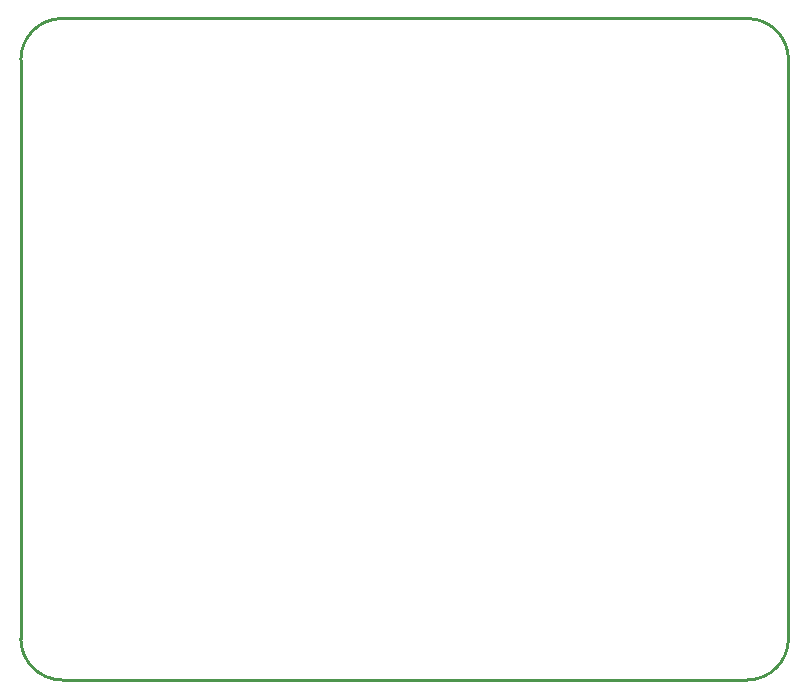
<source format=gko>
G04*
G04 #@! TF.GenerationSoftware,Altium Limited,CircuitStudio,1.5.2 (30)*
G04*
G04 Layer_Color=16720538*
%FSLAX25Y25*%
%MOIN*%
G70*
G01*
G75*
%ADD43C,0.01000*%
D43*
X560126Y569000D02*
G03*
X573906Y582780I0J13780D01*
G01*
Y775693D02*
G03*
X560126Y789472I-13780J0D01*
G01*
X331780D02*
G03*
X318000Y775693I0J-13780D01*
G01*
Y582780D02*
G03*
X331780Y569000I13780J0D01*
G01*
X573906Y582780D02*
Y775693D01*
X331780Y569000D02*
X560126D01*
X318000Y582780D02*
X318000Y582780D01*
Y775693D01*
X331780Y789472D02*
X560126D01*
X560083D02*
X560126Y789515D01*
M02*

</source>
